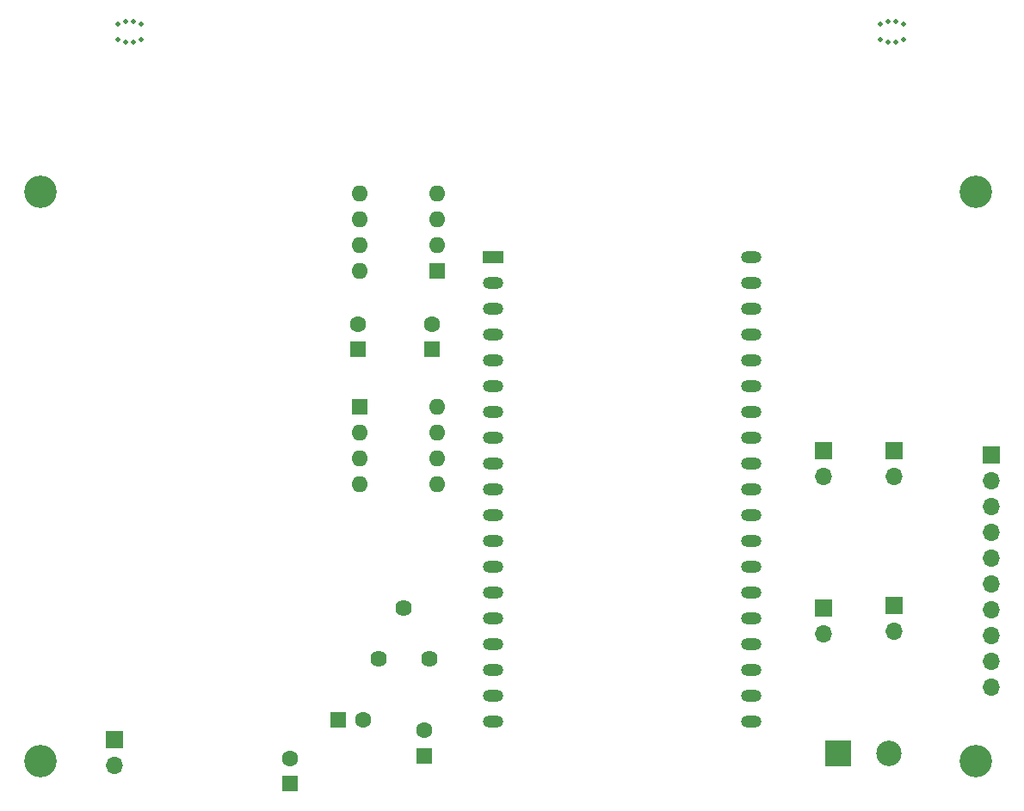
<source format=gbs>
%TF.GenerationSoftware,KiCad,Pcbnew,7.0.7*%
%TF.CreationDate,2024-04-29T13:44:55+02:00*%
%TF.ProjectId,IsItOpen,49734974-4f70-4656-9e2e-6b696361645f,rev?*%
%TF.SameCoordinates,Original*%
%TF.FileFunction,Soldermask,Bot*%
%TF.FilePolarity,Negative*%
%FSLAX46Y46*%
G04 Gerber Fmt 4.6, Leading zero omitted, Abs format (unit mm)*
G04 Created by KiCad (PCBNEW 7.0.7) date 2024-04-29 13:44:55*
%MOMM*%
%LPD*%
G01*
G04 APERTURE LIST*
%ADD10R,1.600000X1.600000*%
%ADD11C,1.600000*%
%ADD12R,1.700000X1.700000*%
%ADD13O,1.700000X1.700000*%
%ADD14O,1.600000X1.600000*%
%ADD15C,0.500000*%
%ADD16C,3.200000*%
%ADD17C,1.620000*%
%ADD18R,2.000000X1.200000*%
%ADD19O,2.000000X1.200000*%
%ADD20R,2.500000X2.500000*%
%ADD21C,2.500000*%
G04 APERTURE END LIST*
D10*
%TO.C,C3*%
X128500000Y-137250000D03*
D11*
X128500000Y-134750000D03*
%TD*%
D10*
%TO.C,C8*%
X142500000Y-94500000D03*
D11*
X142500000Y-92000000D03*
%TD*%
D10*
%TO.C,C1*%
X133250000Y-131000000D03*
D11*
X135750000Y-131000000D03*
%TD*%
D12*
%TO.C,J1*%
X197500000Y-104890000D03*
D13*
X197500000Y-107430000D03*
X197500000Y-109970000D03*
X197500000Y-112510000D03*
X197500000Y-115050000D03*
X197500000Y-117590000D03*
X197500000Y-120130000D03*
X197500000Y-122670000D03*
X197500000Y-125210000D03*
X197500000Y-127750000D03*
%TD*%
D10*
%TO.C,U3*%
X135380000Y-100130000D03*
D14*
X135380000Y-102670000D03*
X135380000Y-105210000D03*
X135380000Y-107750000D03*
X143000000Y-107750000D03*
X143000000Y-105210000D03*
X143000000Y-102670000D03*
X143000000Y-100130000D03*
%TD*%
D12*
%TO.C,SW2*%
X188000000Y-104460000D03*
D13*
X188000000Y-107000000D03*
%TD*%
D15*
%TO.C,mouse-bite-1mm-slot*%
X186600000Y-62500000D03*
X186600000Y-64000000D03*
X187400000Y-62250000D03*
X187400000Y-64250000D03*
X188100000Y-62250000D03*
X188100000Y-64250000D03*
X188900000Y-62500000D03*
X188900000Y-64000000D03*
%TD*%
D16*
%TO.C,H3*%
X196000000Y-79000000D03*
%TD*%
D12*
%TO.C,LS1*%
X111250000Y-132960000D03*
D13*
X111250000Y-135500000D03*
%TD*%
D12*
%TO.C,SW3*%
X181000000Y-119975000D03*
D13*
X181000000Y-122515000D03*
%TD*%
D16*
%TO.C,H1*%
X104000000Y-135000000D03*
%TD*%
%TO.C,H2*%
X104000000Y-79000000D03*
%TD*%
D17*
%TO.C,RV1*%
X142250000Y-125000000D03*
X139750000Y-120000000D03*
X137250000Y-125000000D03*
%TD*%
D12*
%TO.C,SW4*%
X188000000Y-119710000D03*
D13*
X188000000Y-122250000D03*
%TD*%
D16*
%TO.C,H4*%
X196000000Y-135000000D03*
%TD*%
D18*
%TO.C,U1*%
X148500000Y-85400000D03*
D19*
X148500000Y-87940000D03*
X148500000Y-90480000D03*
X148500000Y-93020000D03*
X148500000Y-95560000D03*
X148500000Y-98100000D03*
X148500000Y-100640000D03*
X148500000Y-103180000D03*
X148500000Y-105720000D03*
X148500000Y-108260000D03*
X148500000Y-110800000D03*
X148500000Y-113340000D03*
X148500000Y-115880000D03*
X148500000Y-118420000D03*
X148500000Y-120960000D03*
X148500000Y-123500000D03*
X148500000Y-126040000D03*
X148500000Y-128580000D03*
X148500000Y-131120000D03*
X173896320Y-131117280D03*
X173896320Y-128577280D03*
X173900000Y-126040000D03*
X173900000Y-123500000D03*
X173900000Y-120960000D03*
X173900000Y-118420000D03*
X173900000Y-115880000D03*
X173900000Y-113340000D03*
X173900000Y-110800000D03*
X173900000Y-108260000D03*
X173900000Y-105720000D03*
X173900000Y-103180000D03*
X173900000Y-100640000D03*
X173900000Y-98100000D03*
X173900000Y-95560000D03*
X173900000Y-93020000D03*
X173900000Y-90480000D03*
X173900000Y-87940000D03*
X173900000Y-85400000D03*
%TD*%
D15*
%TO.C,mouse-bite-1mm-slot*%
X111600000Y-62500000D03*
X111600000Y-64000000D03*
X112400000Y-62250000D03*
X112400000Y-64250000D03*
X113100000Y-62250000D03*
X113100000Y-64250000D03*
X113900000Y-62500000D03*
X113900000Y-64000000D03*
%TD*%
D12*
%TO.C,SW1*%
X181000000Y-104475000D03*
D13*
X181000000Y-107015000D03*
%TD*%
D10*
%TO.C,U2*%
X143000000Y-86800000D03*
D14*
X143000000Y-84260000D03*
X143000000Y-81720000D03*
X143000000Y-79180000D03*
X135380000Y-79180000D03*
X135380000Y-81720000D03*
X135380000Y-84260000D03*
X135380000Y-86800000D03*
%TD*%
D10*
%TO.C,C6*%
X135250000Y-94500000D03*
D11*
X135250000Y-92000000D03*
%TD*%
D10*
%TO.C,C10*%
X141750000Y-134500000D03*
D11*
X141750000Y-132000000D03*
%TD*%
D20*
%TO.C,J4*%
X182500000Y-134250000D03*
D21*
X187500000Y-134250000D03*
%TD*%
M02*

</source>
